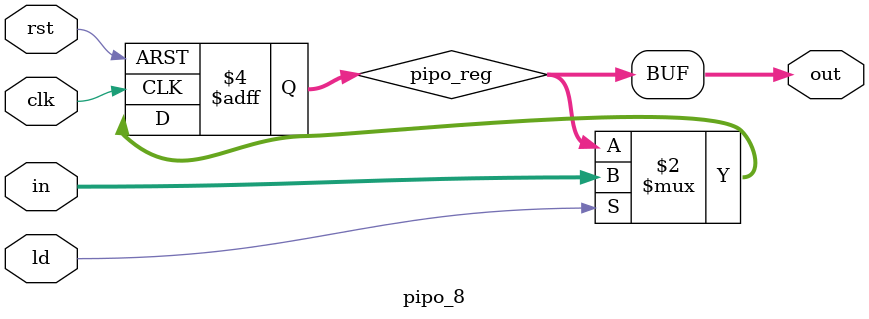
<source format=v>
`timescale 1ns / 1ps

module pipo_8 #(parameter WIDTH = 8) (
        input [WIDTH-1 :0] in,
        input ld,
        input clk, rst,
        output [WIDTH-1:0] out
        );
reg [WIDTH-1:0] pipo_reg;
always @(posedge clk or posedge rst)
begin
    if (rst)
        pipo_reg <= 0;
    else if (ld)
        pipo_reg <= in;
   
end
assign out=pipo_reg;
endmodule


</source>
